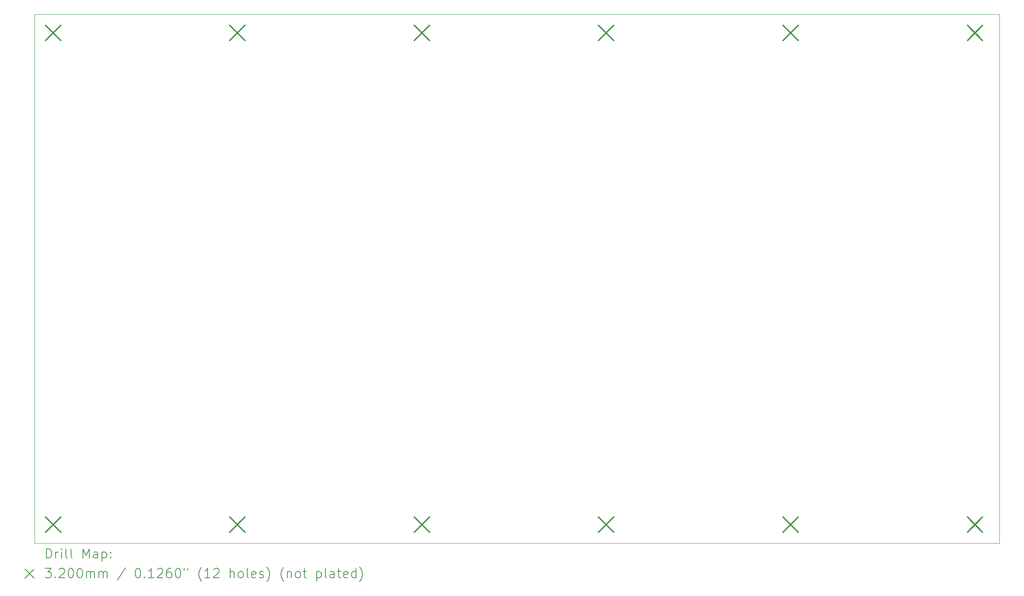
<source format=gbr>
%FSLAX45Y45*%
G04 Gerber Fmt 4.5, Leading zero omitted, Abs format (unit mm)*
G04 Created by KiCad (PCBNEW (6.0.6)) date 2022-08-19 10:50:03*
%MOMM*%
%LPD*%
G01*
G04 APERTURE LIST*
%TA.AperFunction,Profile*%
%ADD10C,0.050000*%
%TD*%
%ADD11C,0.200000*%
%ADD12C,0.320000*%
G04 APERTURE END LIST*
D10*
X2250000Y-2600000D02*
X22840000Y-2600000D01*
X22840000Y-2600000D02*
X22840000Y-13900000D01*
X22840000Y-13900000D02*
X2250000Y-13900000D01*
X2250000Y-13900000D02*
X2250000Y-2600000D01*
D11*
D12*
X2490000Y-2840000D02*
X2810000Y-3160000D01*
X2810000Y-2840000D02*
X2490000Y-3160000D01*
X2490000Y-13340000D02*
X2810000Y-13660000D01*
X2810000Y-13340000D02*
X2490000Y-13660000D01*
X6423000Y-2840000D02*
X6743000Y-3160000D01*
X6743000Y-2840000D02*
X6423000Y-3160000D01*
X6423000Y-13340000D02*
X6743000Y-13660000D01*
X6743000Y-13340000D02*
X6423000Y-13660000D01*
X10356000Y-2840000D02*
X10676000Y-3160000D01*
X10676000Y-2840000D02*
X10356000Y-3160000D01*
X10356000Y-13340000D02*
X10676000Y-13660000D01*
X10676000Y-13340000D02*
X10356000Y-13660000D01*
X14289000Y-2840000D02*
X14609000Y-3160000D01*
X14609000Y-2840000D02*
X14289000Y-3160000D01*
X14289000Y-13340000D02*
X14609000Y-13660000D01*
X14609000Y-13340000D02*
X14289000Y-13660000D01*
X18222000Y-2840000D02*
X18542000Y-3160000D01*
X18542000Y-2840000D02*
X18222000Y-3160000D01*
X18222000Y-13340000D02*
X18542000Y-13660000D01*
X18542000Y-13340000D02*
X18222000Y-13660000D01*
X22155000Y-2840000D02*
X22475000Y-3160000D01*
X22475000Y-2840000D02*
X22155000Y-3160000D01*
X22155000Y-13340000D02*
X22475000Y-13660000D01*
X22475000Y-13340000D02*
X22155000Y-13660000D01*
D11*
X2505119Y-14212976D02*
X2505119Y-14012976D01*
X2552738Y-14012976D01*
X2581310Y-14022500D01*
X2600357Y-14041548D01*
X2609881Y-14060595D01*
X2619405Y-14098690D01*
X2619405Y-14127262D01*
X2609881Y-14165357D01*
X2600357Y-14184405D01*
X2581310Y-14203452D01*
X2552738Y-14212976D01*
X2505119Y-14212976D01*
X2705119Y-14212976D02*
X2705119Y-14079643D01*
X2705119Y-14117738D02*
X2714643Y-14098690D01*
X2724167Y-14089167D01*
X2743214Y-14079643D01*
X2762262Y-14079643D01*
X2828928Y-14212976D02*
X2828928Y-14079643D01*
X2828928Y-14012976D02*
X2819405Y-14022500D01*
X2828928Y-14032024D01*
X2838452Y-14022500D01*
X2828928Y-14012976D01*
X2828928Y-14032024D01*
X2952738Y-14212976D02*
X2933690Y-14203452D01*
X2924167Y-14184405D01*
X2924167Y-14012976D01*
X3057500Y-14212976D02*
X3038452Y-14203452D01*
X3028928Y-14184405D01*
X3028928Y-14012976D01*
X3286071Y-14212976D02*
X3286071Y-14012976D01*
X3352738Y-14155833D01*
X3419405Y-14012976D01*
X3419405Y-14212976D01*
X3600357Y-14212976D02*
X3600357Y-14108214D01*
X3590833Y-14089167D01*
X3571786Y-14079643D01*
X3533690Y-14079643D01*
X3514643Y-14089167D01*
X3600357Y-14203452D02*
X3581309Y-14212976D01*
X3533690Y-14212976D01*
X3514643Y-14203452D01*
X3505119Y-14184405D01*
X3505119Y-14165357D01*
X3514643Y-14146309D01*
X3533690Y-14136786D01*
X3581309Y-14136786D01*
X3600357Y-14127262D01*
X3695595Y-14079643D02*
X3695595Y-14279643D01*
X3695595Y-14089167D02*
X3714643Y-14079643D01*
X3752738Y-14079643D01*
X3771786Y-14089167D01*
X3781309Y-14098690D01*
X3790833Y-14117738D01*
X3790833Y-14174881D01*
X3781309Y-14193928D01*
X3771786Y-14203452D01*
X3752738Y-14212976D01*
X3714643Y-14212976D01*
X3695595Y-14203452D01*
X3876548Y-14193928D02*
X3886071Y-14203452D01*
X3876548Y-14212976D01*
X3867024Y-14203452D01*
X3876548Y-14193928D01*
X3876548Y-14212976D01*
X3876548Y-14089167D02*
X3886071Y-14098690D01*
X3876548Y-14108214D01*
X3867024Y-14098690D01*
X3876548Y-14089167D01*
X3876548Y-14108214D01*
X2047500Y-14442500D02*
X2247500Y-14642500D01*
X2247500Y-14442500D02*
X2047500Y-14642500D01*
X2486071Y-14432976D02*
X2609881Y-14432976D01*
X2543214Y-14509167D01*
X2571786Y-14509167D01*
X2590833Y-14518690D01*
X2600357Y-14528214D01*
X2609881Y-14547262D01*
X2609881Y-14594881D01*
X2600357Y-14613928D01*
X2590833Y-14623452D01*
X2571786Y-14632976D01*
X2514643Y-14632976D01*
X2495595Y-14623452D01*
X2486071Y-14613928D01*
X2695595Y-14613928D02*
X2705119Y-14623452D01*
X2695595Y-14632976D01*
X2686071Y-14623452D01*
X2695595Y-14613928D01*
X2695595Y-14632976D01*
X2781310Y-14452024D02*
X2790833Y-14442500D01*
X2809881Y-14432976D01*
X2857500Y-14432976D01*
X2876548Y-14442500D01*
X2886071Y-14452024D01*
X2895595Y-14471071D01*
X2895595Y-14490119D01*
X2886071Y-14518690D01*
X2771786Y-14632976D01*
X2895595Y-14632976D01*
X3019405Y-14432976D02*
X3038452Y-14432976D01*
X3057500Y-14442500D01*
X3067024Y-14452024D01*
X3076548Y-14471071D01*
X3086071Y-14509167D01*
X3086071Y-14556786D01*
X3076548Y-14594881D01*
X3067024Y-14613928D01*
X3057500Y-14623452D01*
X3038452Y-14632976D01*
X3019405Y-14632976D01*
X3000357Y-14623452D01*
X2990833Y-14613928D01*
X2981309Y-14594881D01*
X2971786Y-14556786D01*
X2971786Y-14509167D01*
X2981309Y-14471071D01*
X2990833Y-14452024D01*
X3000357Y-14442500D01*
X3019405Y-14432976D01*
X3209881Y-14432976D02*
X3228928Y-14432976D01*
X3247976Y-14442500D01*
X3257500Y-14452024D01*
X3267024Y-14471071D01*
X3276548Y-14509167D01*
X3276548Y-14556786D01*
X3267024Y-14594881D01*
X3257500Y-14613928D01*
X3247976Y-14623452D01*
X3228928Y-14632976D01*
X3209881Y-14632976D01*
X3190833Y-14623452D01*
X3181309Y-14613928D01*
X3171786Y-14594881D01*
X3162262Y-14556786D01*
X3162262Y-14509167D01*
X3171786Y-14471071D01*
X3181309Y-14452024D01*
X3190833Y-14442500D01*
X3209881Y-14432976D01*
X3362262Y-14632976D02*
X3362262Y-14499643D01*
X3362262Y-14518690D02*
X3371786Y-14509167D01*
X3390833Y-14499643D01*
X3419405Y-14499643D01*
X3438452Y-14509167D01*
X3447976Y-14528214D01*
X3447976Y-14632976D01*
X3447976Y-14528214D02*
X3457500Y-14509167D01*
X3476548Y-14499643D01*
X3505119Y-14499643D01*
X3524167Y-14509167D01*
X3533690Y-14528214D01*
X3533690Y-14632976D01*
X3628928Y-14632976D02*
X3628928Y-14499643D01*
X3628928Y-14518690D02*
X3638452Y-14509167D01*
X3657500Y-14499643D01*
X3686071Y-14499643D01*
X3705119Y-14509167D01*
X3714643Y-14528214D01*
X3714643Y-14632976D01*
X3714643Y-14528214D02*
X3724167Y-14509167D01*
X3743214Y-14499643D01*
X3771786Y-14499643D01*
X3790833Y-14509167D01*
X3800357Y-14528214D01*
X3800357Y-14632976D01*
X4190833Y-14423452D02*
X4019405Y-14680595D01*
X4447976Y-14432976D02*
X4467024Y-14432976D01*
X4486071Y-14442500D01*
X4495595Y-14452024D01*
X4505119Y-14471071D01*
X4514643Y-14509167D01*
X4514643Y-14556786D01*
X4505119Y-14594881D01*
X4495595Y-14613928D01*
X4486071Y-14623452D01*
X4467024Y-14632976D01*
X4447976Y-14632976D01*
X4428929Y-14623452D01*
X4419405Y-14613928D01*
X4409881Y-14594881D01*
X4400357Y-14556786D01*
X4400357Y-14509167D01*
X4409881Y-14471071D01*
X4419405Y-14452024D01*
X4428929Y-14442500D01*
X4447976Y-14432976D01*
X4600357Y-14613928D02*
X4609881Y-14623452D01*
X4600357Y-14632976D01*
X4590833Y-14623452D01*
X4600357Y-14613928D01*
X4600357Y-14632976D01*
X4800357Y-14632976D02*
X4686071Y-14632976D01*
X4743214Y-14632976D02*
X4743214Y-14432976D01*
X4724167Y-14461548D01*
X4705119Y-14480595D01*
X4686071Y-14490119D01*
X4876548Y-14452024D02*
X4886071Y-14442500D01*
X4905119Y-14432976D01*
X4952738Y-14432976D01*
X4971786Y-14442500D01*
X4981310Y-14452024D01*
X4990833Y-14471071D01*
X4990833Y-14490119D01*
X4981310Y-14518690D01*
X4867024Y-14632976D01*
X4990833Y-14632976D01*
X5162262Y-14432976D02*
X5124167Y-14432976D01*
X5105119Y-14442500D01*
X5095595Y-14452024D01*
X5076548Y-14480595D01*
X5067024Y-14518690D01*
X5067024Y-14594881D01*
X5076548Y-14613928D01*
X5086071Y-14623452D01*
X5105119Y-14632976D01*
X5143214Y-14632976D01*
X5162262Y-14623452D01*
X5171786Y-14613928D01*
X5181310Y-14594881D01*
X5181310Y-14547262D01*
X5171786Y-14528214D01*
X5162262Y-14518690D01*
X5143214Y-14509167D01*
X5105119Y-14509167D01*
X5086071Y-14518690D01*
X5076548Y-14528214D01*
X5067024Y-14547262D01*
X5305119Y-14432976D02*
X5324167Y-14432976D01*
X5343214Y-14442500D01*
X5352738Y-14452024D01*
X5362262Y-14471071D01*
X5371786Y-14509167D01*
X5371786Y-14556786D01*
X5362262Y-14594881D01*
X5352738Y-14613928D01*
X5343214Y-14623452D01*
X5324167Y-14632976D01*
X5305119Y-14632976D01*
X5286071Y-14623452D01*
X5276548Y-14613928D01*
X5267024Y-14594881D01*
X5257500Y-14556786D01*
X5257500Y-14509167D01*
X5267024Y-14471071D01*
X5276548Y-14452024D01*
X5286071Y-14442500D01*
X5305119Y-14432976D01*
X5447976Y-14432976D02*
X5447976Y-14471071D01*
X5524167Y-14432976D02*
X5524167Y-14471071D01*
X5819405Y-14709167D02*
X5809881Y-14699643D01*
X5790833Y-14671071D01*
X5781309Y-14652024D01*
X5771786Y-14623452D01*
X5762262Y-14575833D01*
X5762262Y-14537738D01*
X5771786Y-14490119D01*
X5781309Y-14461548D01*
X5790833Y-14442500D01*
X5809881Y-14413928D01*
X5819405Y-14404405D01*
X6000357Y-14632976D02*
X5886071Y-14632976D01*
X5943214Y-14632976D02*
X5943214Y-14432976D01*
X5924167Y-14461548D01*
X5905119Y-14480595D01*
X5886071Y-14490119D01*
X6076548Y-14452024D02*
X6086071Y-14442500D01*
X6105119Y-14432976D01*
X6152738Y-14432976D01*
X6171786Y-14442500D01*
X6181309Y-14452024D01*
X6190833Y-14471071D01*
X6190833Y-14490119D01*
X6181309Y-14518690D01*
X6067024Y-14632976D01*
X6190833Y-14632976D01*
X6428928Y-14632976D02*
X6428928Y-14432976D01*
X6514643Y-14632976D02*
X6514643Y-14528214D01*
X6505119Y-14509167D01*
X6486071Y-14499643D01*
X6457500Y-14499643D01*
X6438452Y-14509167D01*
X6428928Y-14518690D01*
X6638452Y-14632976D02*
X6619405Y-14623452D01*
X6609881Y-14613928D01*
X6600357Y-14594881D01*
X6600357Y-14537738D01*
X6609881Y-14518690D01*
X6619405Y-14509167D01*
X6638452Y-14499643D01*
X6667024Y-14499643D01*
X6686071Y-14509167D01*
X6695595Y-14518690D01*
X6705119Y-14537738D01*
X6705119Y-14594881D01*
X6695595Y-14613928D01*
X6686071Y-14623452D01*
X6667024Y-14632976D01*
X6638452Y-14632976D01*
X6819405Y-14632976D02*
X6800357Y-14623452D01*
X6790833Y-14604405D01*
X6790833Y-14432976D01*
X6971786Y-14623452D02*
X6952738Y-14632976D01*
X6914643Y-14632976D01*
X6895595Y-14623452D01*
X6886071Y-14604405D01*
X6886071Y-14528214D01*
X6895595Y-14509167D01*
X6914643Y-14499643D01*
X6952738Y-14499643D01*
X6971786Y-14509167D01*
X6981309Y-14528214D01*
X6981309Y-14547262D01*
X6886071Y-14566309D01*
X7057500Y-14623452D02*
X7076548Y-14632976D01*
X7114643Y-14632976D01*
X7133690Y-14623452D01*
X7143214Y-14604405D01*
X7143214Y-14594881D01*
X7133690Y-14575833D01*
X7114643Y-14566309D01*
X7086071Y-14566309D01*
X7067024Y-14556786D01*
X7057500Y-14537738D01*
X7057500Y-14528214D01*
X7067024Y-14509167D01*
X7086071Y-14499643D01*
X7114643Y-14499643D01*
X7133690Y-14509167D01*
X7209881Y-14709167D02*
X7219405Y-14699643D01*
X7238452Y-14671071D01*
X7247976Y-14652024D01*
X7257500Y-14623452D01*
X7267024Y-14575833D01*
X7267024Y-14537738D01*
X7257500Y-14490119D01*
X7247976Y-14461548D01*
X7238452Y-14442500D01*
X7219405Y-14413928D01*
X7209881Y-14404405D01*
X7571786Y-14709167D02*
X7562262Y-14699643D01*
X7543214Y-14671071D01*
X7533690Y-14652024D01*
X7524167Y-14623452D01*
X7514643Y-14575833D01*
X7514643Y-14537738D01*
X7524167Y-14490119D01*
X7533690Y-14461548D01*
X7543214Y-14442500D01*
X7562262Y-14413928D01*
X7571786Y-14404405D01*
X7647976Y-14499643D02*
X7647976Y-14632976D01*
X7647976Y-14518690D02*
X7657500Y-14509167D01*
X7676548Y-14499643D01*
X7705119Y-14499643D01*
X7724167Y-14509167D01*
X7733690Y-14528214D01*
X7733690Y-14632976D01*
X7857500Y-14632976D02*
X7838452Y-14623452D01*
X7828928Y-14613928D01*
X7819405Y-14594881D01*
X7819405Y-14537738D01*
X7828928Y-14518690D01*
X7838452Y-14509167D01*
X7857500Y-14499643D01*
X7886071Y-14499643D01*
X7905119Y-14509167D01*
X7914643Y-14518690D01*
X7924167Y-14537738D01*
X7924167Y-14594881D01*
X7914643Y-14613928D01*
X7905119Y-14623452D01*
X7886071Y-14632976D01*
X7857500Y-14632976D01*
X7981309Y-14499643D02*
X8057500Y-14499643D01*
X8009881Y-14432976D02*
X8009881Y-14604405D01*
X8019405Y-14623452D01*
X8038452Y-14632976D01*
X8057500Y-14632976D01*
X8276548Y-14499643D02*
X8276548Y-14699643D01*
X8276548Y-14509167D02*
X8295595Y-14499643D01*
X8333690Y-14499643D01*
X8352738Y-14509167D01*
X8362262Y-14518690D01*
X8371786Y-14537738D01*
X8371786Y-14594881D01*
X8362262Y-14613928D01*
X8352738Y-14623452D01*
X8333690Y-14632976D01*
X8295595Y-14632976D01*
X8276548Y-14623452D01*
X8486071Y-14632976D02*
X8467024Y-14623452D01*
X8457500Y-14604405D01*
X8457500Y-14432976D01*
X8647976Y-14632976D02*
X8647976Y-14528214D01*
X8638452Y-14509167D01*
X8619405Y-14499643D01*
X8581310Y-14499643D01*
X8562262Y-14509167D01*
X8647976Y-14623452D02*
X8628929Y-14632976D01*
X8581310Y-14632976D01*
X8562262Y-14623452D01*
X8552738Y-14604405D01*
X8552738Y-14585357D01*
X8562262Y-14566309D01*
X8581310Y-14556786D01*
X8628929Y-14556786D01*
X8647976Y-14547262D01*
X8714643Y-14499643D02*
X8790833Y-14499643D01*
X8743214Y-14432976D02*
X8743214Y-14604405D01*
X8752738Y-14623452D01*
X8771786Y-14632976D01*
X8790833Y-14632976D01*
X8933690Y-14623452D02*
X8914643Y-14632976D01*
X8876548Y-14632976D01*
X8857500Y-14623452D01*
X8847976Y-14604405D01*
X8847976Y-14528214D01*
X8857500Y-14509167D01*
X8876548Y-14499643D01*
X8914643Y-14499643D01*
X8933690Y-14509167D01*
X8943214Y-14528214D01*
X8943214Y-14547262D01*
X8847976Y-14566309D01*
X9114643Y-14632976D02*
X9114643Y-14432976D01*
X9114643Y-14623452D02*
X9095595Y-14632976D01*
X9057500Y-14632976D01*
X9038452Y-14623452D01*
X9028929Y-14613928D01*
X9019405Y-14594881D01*
X9019405Y-14537738D01*
X9028929Y-14518690D01*
X9038452Y-14509167D01*
X9057500Y-14499643D01*
X9095595Y-14499643D01*
X9114643Y-14509167D01*
X9190833Y-14709167D02*
X9200357Y-14699643D01*
X9219405Y-14671071D01*
X9228929Y-14652024D01*
X9238452Y-14623452D01*
X9247976Y-14575833D01*
X9247976Y-14537738D01*
X9238452Y-14490119D01*
X9228929Y-14461548D01*
X9219405Y-14442500D01*
X9200357Y-14413928D01*
X9190833Y-14404405D01*
M02*

</source>
